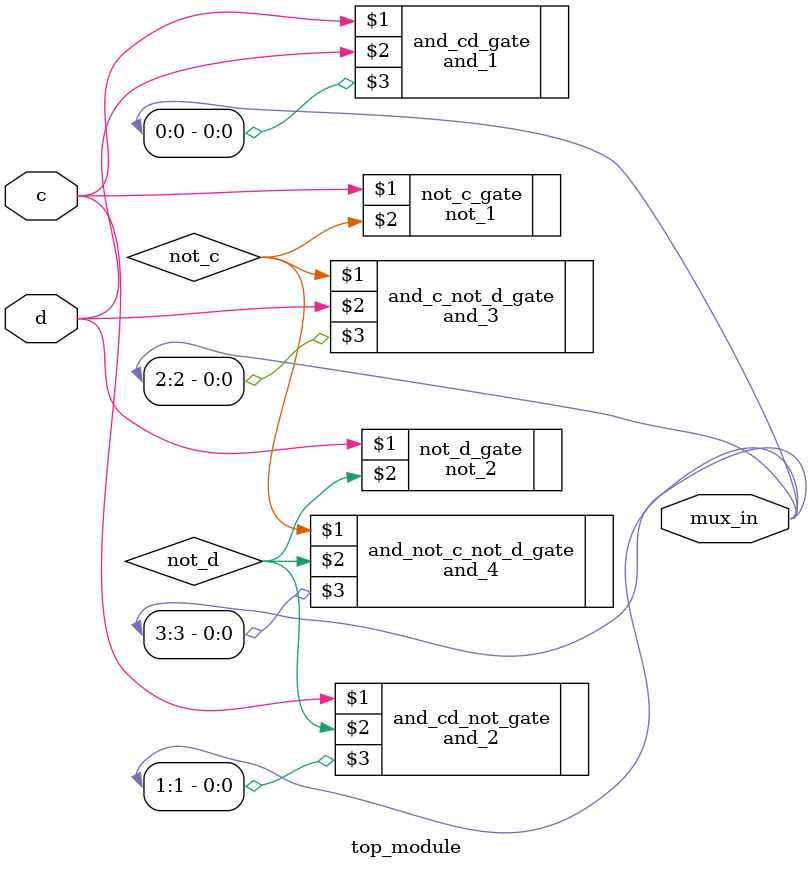
<source format=sv>
module top_module (
	input c,
	input d,
	output [3:0] mux_in
);

wire not_c, not_d;

not_1 not_c_gate (c, not_c);
not_2 not_d_gate (d, not_d);

and_1 and_cd_gate (c, d, mux_in[0]);
and_2 and_cd_not_gate (c, not_d, mux_in[1]);
and_3 and_c_not_d_gate (not_c, d, mux_in[2]);
and_4 and_not_c_not_d_gate (not_c, not_d, mux_in[3]);

endmodule

</source>
